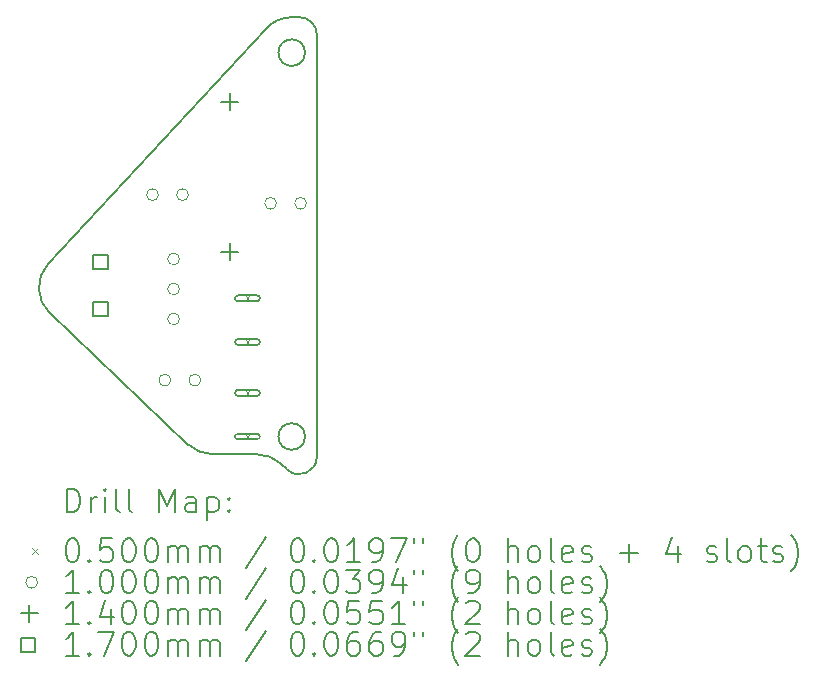
<source format=gbr>
%TF.GenerationSoftware,KiCad,Pcbnew,7.0.2-0*%
%TF.CreationDate,2023-07-23T18:48:48+09:00*%
%TF.ProjectId,power_board1,706f7765-725f-4626-9f61-7264312e6b69,rev?*%
%TF.SameCoordinates,Original*%
%TF.FileFunction,Drillmap*%
%TF.FilePolarity,Positive*%
%FSLAX45Y45*%
G04 Gerber Fmt 4.5, Leading zero omitted, Abs format (unit mm)*
G04 Created by KiCad (PCBNEW 7.0.2-0) date 2023-07-23 18:48:48*
%MOMM*%
%LPD*%
G01*
G04 APERTURE LIST*
%ADD10C,0.200000*%
%ADD11C,0.050000*%
%ADD12C,0.100000*%
%ADD13C,0.140000*%
%ADD14C,0.170000*%
G04 APERTURE END LIST*
D10*
X17063228Y-7700000D02*
X17001494Y-7700000D01*
X17001494Y-7700003D02*
G75*
G03*
X16781383Y-7796159I-4J-299997D01*
G01*
X14938445Y-9786189D02*
G75*
G03*
X14952281Y-10207862I220115J-203841D01*
G01*
X14952281Y-10207862D02*
X16124432Y-11317831D01*
X16330708Y-11400000D02*
X16704214Y-11400000D01*
X16960094Y-11529135D02*
G75*
G03*
X17213228Y-11420223I103136J108915D01*
G01*
X17112500Y-8000000D02*
G75*
G03*
X17112500Y-8000000I-112500J0D01*
G01*
X17213228Y-11420223D02*
X17213228Y-7850000D01*
X16910487Y-11482171D02*
G75*
G03*
X16704214Y-11400000I-206277J-217829D01*
G01*
X16124433Y-11317830D02*
G75*
G03*
X16330708Y-11400000I206277J217830D01*
G01*
X17112500Y-11250000D02*
G75*
G03*
X17112500Y-11250000I-112500J0D01*
G01*
X17213230Y-7850000D02*
G75*
G03*
X17063228Y-7700000I-150000J0D01*
G01*
X16781383Y-7796159D02*
X14938446Y-9786190D01*
X16910489Y-11482169D02*
X16960090Y-11529139D01*
D11*
X16600000Y-10055000D02*
X16650000Y-10105000D01*
X16650000Y-10055000D02*
X16600000Y-10105000D01*
D10*
X16545000Y-10105000D02*
X16705000Y-10105000D01*
X16705000Y-10105000D02*
G75*
G03*
X16705000Y-10055000I0J25000D01*
G01*
X16705000Y-10055000D02*
X16545000Y-10055000D01*
X16545000Y-10055000D02*
G75*
G03*
X16545000Y-10105000I0J-25000D01*
G01*
D11*
X16600000Y-10425000D02*
X16650000Y-10475000D01*
X16650000Y-10425000D02*
X16600000Y-10475000D01*
D10*
X16545000Y-10475000D02*
X16705000Y-10475000D01*
X16705000Y-10475000D02*
G75*
G03*
X16705000Y-10425000I0J25000D01*
G01*
X16705000Y-10425000D02*
X16545000Y-10425000D01*
X16545000Y-10425000D02*
G75*
G03*
X16545000Y-10475000I0J-25000D01*
G01*
D11*
X16600000Y-10855000D02*
X16650000Y-10905000D01*
X16650000Y-10855000D02*
X16600000Y-10905000D01*
D10*
X16545000Y-10905000D02*
X16705000Y-10905000D01*
X16705000Y-10905000D02*
G75*
G03*
X16705000Y-10855000I0J25000D01*
G01*
X16705000Y-10855000D02*
X16545000Y-10855000D01*
X16545000Y-10855000D02*
G75*
G03*
X16545000Y-10905000I0J-25000D01*
G01*
D11*
X16600000Y-11225000D02*
X16650000Y-11275000D01*
X16650000Y-11225000D02*
X16600000Y-11275000D01*
D10*
X16545000Y-11275000D02*
X16705000Y-11275000D01*
X16705000Y-11275000D02*
G75*
G03*
X16705000Y-11225000I0J25000D01*
G01*
X16705000Y-11225000D02*
X16545000Y-11225000D01*
X16545000Y-11225000D02*
G75*
G03*
X16545000Y-11275000I0J-25000D01*
G01*
D12*
X15871000Y-9202500D02*
G75*
G03*
X15871000Y-9202500I-50000J0D01*
G01*
X15975000Y-10772500D02*
G75*
G03*
X15975000Y-10772500I-50000J0D01*
G01*
X16050000Y-9746000D02*
G75*
G03*
X16050000Y-9746000I-50000J0D01*
G01*
X16050000Y-10000000D02*
G75*
G03*
X16050000Y-10000000I-50000J0D01*
G01*
X16050000Y-10254000D02*
G75*
G03*
X16050000Y-10254000I-50000J0D01*
G01*
X16125000Y-9202500D02*
G75*
G03*
X16125000Y-9202500I-50000J0D01*
G01*
X16229000Y-10772500D02*
G75*
G03*
X16229000Y-10772500I-50000J0D01*
G01*
X16871000Y-9275000D02*
G75*
G03*
X16871000Y-9275000I-50000J0D01*
G01*
X17125000Y-9275000D02*
G75*
G03*
X17125000Y-9275000I-50000J0D01*
G01*
D13*
X16475000Y-8345000D02*
X16475000Y-8485000D01*
X16405000Y-8415000D02*
X16545000Y-8415000D01*
X16475000Y-9615000D02*
X16475000Y-9755000D01*
X16405000Y-9685000D02*
X16545000Y-9685000D01*
D14*
X15440105Y-9834355D02*
X15440105Y-9714145D01*
X15319895Y-9714145D01*
X15319895Y-9834355D01*
X15440105Y-9834355D01*
X15440105Y-10230355D02*
X15440105Y-10110145D01*
X15319895Y-10110145D01*
X15319895Y-10230355D01*
X15440105Y-10230355D01*
D10*
X15096176Y-11892742D02*
X15096176Y-11692742D01*
X15096176Y-11692742D02*
X15143795Y-11692742D01*
X15143795Y-11692742D02*
X15172366Y-11702266D01*
X15172366Y-11702266D02*
X15191414Y-11721313D01*
X15191414Y-11721313D02*
X15200938Y-11740361D01*
X15200938Y-11740361D02*
X15210462Y-11778456D01*
X15210462Y-11778456D02*
X15210462Y-11807027D01*
X15210462Y-11807027D02*
X15200938Y-11845123D01*
X15200938Y-11845123D02*
X15191414Y-11864170D01*
X15191414Y-11864170D02*
X15172366Y-11883218D01*
X15172366Y-11883218D02*
X15143795Y-11892742D01*
X15143795Y-11892742D02*
X15096176Y-11892742D01*
X15296176Y-11892742D02*
X15296176Y-11759408D01*
X15296176Y-11797504D02*
X15305700Y-11778456D01*
X15305700Y-11778456D02*
X15315223Y-11768932D01*
X15315223Y-11768932D02*
X15334271Y-11759408D01*
X15334271Y-11759408D02*
X15353319Y-11759408D01*
X15419985Y-11892742D02*
X15419985Y-11759408D01*
X15419985Y-11692742D02*
X15410462Y-11702266D01*
X15410462Y-11702266D02*
X15419985Y-11711789D01*
X15419985Y-11711789D02*
X15429509Y-11702266D01*
X15429509Y-11702266D02*
X15419985Y-11692742D01*
X15419985Y-11692742D02*
X15419985Y-11711789D01*
X15543795Y-11892742D02*
X15524747Y-11883218D01*
X15524747Y-11883218D02*
X15515223Y-11864170D01*
X15515223Y-11864170D02*
X15515223Y-11692742D01*
X15648557Y-11892742D02*
X15629509Y-11883218D01*
X15629509Y-11883218D02*
X15619985Y-11864170D01*
X15619985Y-11864170D02*
X15619985Y-11692742D01*
X15877128Y-11892742D02*
X15877128Y-11692742D01*
X15877128Y-11692742D02*
X15943795Y-11835599D01*
X15943795Y-11835599D02*
X16010462Y-11692742D01*
X16010462Y-11692742D02*
X16010462Y-11892742D01*
X16191414Y-11892742D02*
X16191414Y-11787980D01*
X16191414Y-11787980D02*
X16181890Y-11768932D01*
X16181890Y-11768932D02*
X16162843Y-11759408D01*
X16162843Y-11759408D02*
X16124747Y-11759408D01*
X16124747Y-11759408D02*
X16105700Y-11768932D01*
X16191414Y-11883218D02*
X16172366Y-11892742D01*
X16172366Y-11892742D02*
X16124747Y-11892742D01*
X16124747Y-11892742D02*
X16105700Y-11883218D01*
X16105700Y-11883218D02*
X16096176Y-11864170D01*
X16096176Y-11864170D02*
X16096176Y-11845123D01*
X16096176Y-11845123D02*
X16105700Y-11826075D01*
X16105700Y-11826075D02*
X16124747Y-11816551D01*
X16124747Y-11816551D02*
X16172366Y-11816551D01*
X16172366Y-11816551D02*
X16191414Y-11807027D01*
X16286652Y-11759408D02*
X16286652Y-11959408D01*
X16286652Y-11768932D02*
X16305700Y-11759408D01*
X16305700Y-11759408D02*
X16343795Y-11759408D01*
X16343795Y-11759408D02*
X16362843Y-11768932D01*
X16362843Y-11768932D02*
X16372366Y-11778456D01*
X16372366Y-11778456D02*
X16381890Y-11797504D01*
X16381890Y-11797504D02*
X16381890Y-11854646D01*
X16381890Y-11854646D02*
X16372366Y-11873694D01*
X16372366Y-11873694D02*
X16362843Y-11883218D01*
X16362843Y-11883218D02*
X16343795Y-11892742D01*
X16343795Y-11892742D02*
X16305700Y-11892742D01*
X16305700Y-11892742D02*
X16286652Y-11883218D01*
X16467604Y-11873694D02*
X16477128Y-11883218D01*
X16477128Y-11883218D02*
X16467604Y-11892742D01*
X16467604Y-11892742D02*
X16458081Y-11883218D01*
X16458081Y-11883218D02*
X16467604Y-11873694D01*
X16467604Y-11873694D02*
X16467604Y-11892742D01*
X16467604Y-11768932D02*
X16477128Y-11778456D01*
X16477128Y-11778456D02*
X16467604Y-11787980D01*
X16467604Y-11787980D02*
X16458081Y-11778456D01*
X16458081Y-11778456D02*
X16467604Y-11768932D01*
X16467604Y-11768932D02*
X16467604Y-11787980D01*
D11*
X14798557Y-12195218D02*
X14848557Y-12245218D01*
X14848557Y-12195218D02*
X14798557Y-12245218D01*
D10*
X15134271Y-12112742D02*
X15153319Y-12112742D01*
X15153319Y-12112742D02*
X15172366Y-12122266D01*
X15172366Y-12122266D02*
X15181890Y-12131789D01*
X15181890Y-12131789D02*
X15191414Y-12150837D01*
X15191414Y-12150837D02*
X15200938Y-12188932D01*
X15200938Y-12188932D02*
X15200938Y-12236551D01*
X15200938Y-12236551D02*
X15191414Y-12274646D01*
X15191414Y-12274646D02*
X15181890Y-12293694D01*
X15181890Y-12293694D02*
X15172366Y-12303218D01*
X15172366Y-12303218D02*
X15153319Y-12312742D01*
X15153319Y-12312742D02*
X15134271Y-12312742D01*
X15134271Y-12312742D02*
X15115223Y-12303218D01*
X15115223Y-12303218D02*
X15105700Y-12293694D01*
X15105700Y-12293694D02*
X15096176Y-12274646D01*
X15096176Y-12274646D02*
X15086652Y-12236551D01*
X15086652Y-12236551D02*
X15086652Y-12188932D01*
X15086652Y-12188932D02*
X15096176Y-12150837D01*
X15096176Y-12150837D02*
X15105700Y-12131789D01*
X15105700Y-12131789D02*
X15115223Y-12122266D01*
X15115223Y-12122266D02*
X15134271Y-12112742D01*
X15286652Y-12293694D02*
X15296176Y-12303218D01*
X15296176Y-12303218D02*
X15286652Y-12312742D01*
X15286652Y-12312742D02*
X15277128Y-12303218D01*
X15277128Y-12303218D02*
X15286652Y-12293694D01*
X15286652Y-12293694D02*
X15286652Y-12312742D01*
X15477128Y-12112742D02*
X15381890Y-12112742D01*
X15381890Y-12112742D02*
X15372366Y-12207980D01*
X15372366Y-12207980D02*
X15381890Y-12198456D01*
X15381890Y-12198456D02*
X15400938Y-12188932D01*
X15400938Y-12188932D02*
X15448557Y-12188932D01*
X15448557Y-12188932D02*
X15467604Y-12198456D01*
X15467604Y-12198456D02*
X15477128Y-12207980D01*
X15477128Y-12207980D02*
X15486652Y-12227027D01*
X15486652Y-12227027D02*
X15486652Y-12274646D01*
X15486652Y-12274646D02*
X15477128Y-12293694D01*
X15477128Y-12293694D02*
X15467604Y-12303218D01*
X15467604Y-12303218D02*
X15448557Y-12312742D01*
X15448557Y-12312742D02*
X15400938Y-12312742D01*
X15400938Y-12312742D02*
X15381890Y-12303218D01*
X15381890Y-12303218D02*
X15372366Y-12293694D01*
X15610462Y-12112742D02*
X15629509Y-12112742D01*
X15629509Y-12112742D02*
X15648557Y-12122266D01*
X15648557Y-12122266D02*
X15658081Y-12131789D01*
X15658081Y-12131789D02*
X15667604Y-12150837D01*
X15667604Y-12150837D02*
X15677128Y-12188932D01*
X15677128Y-12188932D02*
X15677128Y-12236551D01*
X15677128Y-12236551D02*
X15667604Y-12274646D01*
X15667604Y-12274646D02*
X15658081Y-12293694D01*
X15658081Y-12293694D02*
X15648557Y-12303218D01*
X15648557Y-12303218D02*
X15629509Y-12312742D01*
X15629509Y-12312742D02*
X15610462Y-12312742D01*
X15610462Y-12312742D02*
X15591414Y-12303218D01*
X15591414Y-12303218D02*
X15581890Y-12293694D01*
X15581890Y-12293694D02*
X15572366Y-12274646D01*
X15572366Y-12274646D02*
X15562843Y-12236551D01*
X15562843Y-12236551D02*
X15562843Y-12188932D01*
X15562843Y-12188932D02*
X15572366Y-12150837D01*
X15572366Y-12150837D02*
X15581890Y-12131789D01*
X15581890Y-12131789D02*
X15591414Y-12122266D01*
X15591414Y-12122266D02*
X15610462Y-12112742D01*
X15800938Y-12112742D02*
X15819985Y-12112742D01*
X15819985Y-12112742D02*
X15839033Y-12122266D01*
X15839033Y-12122266D02*
X15848557Y-12131789D01*
X15848557Y-12131789D02*
X15858081Y-12150837D01*
X15858081Y-12150837D02*
X15867604Y-12188932D01*
X15867604Y-12188932D02*
X15867604Y-12236551D01*
X15867604Y-12236551D02*
X15858081Y-12274646D01*
X15858081Y-12274646D02*
X15848557Y-12293694D01*
X15848557Y-12293694D02*
X15839033Y-12303218D01*
X15839033Y-12303218D02*
X15819985Y-12312742D01*
X15819985Y-12312742D02*
X15800938Y-12312742D01*
X15800938Y-12312742D02*
X15781890Y-12303218D01*
X15781890Y-12303218D02*
X15772366Y-12293694D01*
X15772366Y-12293694D02*
X15762843Y-12274646D01*
X15762843Y-12274646D02*
X15753319Y-12236551D01*
X15753319Y-12236551D02*
X15753319Y-12188932D01*
X15753319Y-12188932D02*
X15762843Y-12150837D01*
X15762843Y-12150837D02*
X15772366Y-12131789D01*
X15772366Y-12131789D02*
X15781890Y-12122266D01*
X15781890Y-12122266D02*
X15800938Y-12112742D01*
X15953319Y-12312742D02*
X15953319Y-12179408D01*
X15953319Y-12198456D02*
X15962843Y-12188932D01*
X15962843Y-12188932D02*
X15981890Y-12179408D01*
X15981890Y-12179408D02*
X16010462Y-12179408D01*
X16010462Y-12179408D02*
X16029509Y-12188932D01*
X16029509Y-12188932D02*
X16039033Y-12207980D01*
X16039033Y-12207980D02*
X16039033Y-12312742D01*
X16039033Y-12207980D02*
X16048557Y-12188932D01*
X16048557Y-12188932D02*
X16067604Y-12179408D01*
X16067604Y-12179408D02*
X16096176Y-12179408D01*
X16096176Y-12179408D02*
X16115224Y-12188932D01*
X16115224Y-12188932D02*
X16124747Y-12207980D01*
X16124747Y-12207980D02*
X16124747Y-12312742D01*
X16219985Y-12312742D02*
X16219985Y-12179408D01*
X16219985Y-12198456D02*
X16229509Y-12188932D01*
X16229509Y-12188932D02*
X16248557Y-12179408D01*
X16248557Y-12179408D02*
X16277128Y-12179408D01*
X16277128Y-12179408D02*
X16296176Y-12188932D01*
X16296176Y-12188932D02*
X16305700Y-12207980D01*
X16305700Y-12207980D02*
X16305700Y-12312742D01*
X16305700Y-12207980D02*
X16315224Y-12188932D01*
X16315224Y-12188932D02*
X16334271Y-12179408D01*
X16334271Y-12179408D02*
X16362843Y-12179408D01*
X16362843Y-12179408D02*
X16381890Y-12188932D01*
X16381890Y-12188932D02*
X16391414Y-12207980D01*
X16391414Y-12207980D02*
X16391414Y-12312742D01*
X16781890Y-12103218D02*
X16610462Y-12360361D01*
X17039033Y-12112742D02*
X17058081Y-12112742D01*
X17058081Y-12112742D02*
X17077129Y-12122266D01*
X17077129Y-12122266D02*
X17086652Y-12131789D01*
X17086652Y-12131789D02*
X17096176Y-12150837D01*
X17096176Y-12150837D02*
X17105700Y-12188932D01*
X17105700Y-12188932D02*
X17105700Y-12236551D01*
X17105700Y-12236551D02*
X17096176Y-12274646D01*
X17096176Y-12274646D02*
X17086652Y-12293694D01*
X17086652Y-12293694D02*
X17077129Y-12303218D01*
X17077129Y-12303218D02*
X17058081Y-12312742D01*
X17058081Y-12312742D02*
X17039033Y-12312742D01*
X17039033Y-12312742D02*
X17019986Y-12303218D01*
X17019986Y-12303218D02*
X17010462Y-12293694D01*
X17010462Y-12293694D02*
X17000938Y-12274646D01*
X17000938Y-12274646D02*
X16991414Y-12236551D01*
X16991414Y-12236551D02*
X16991414Y-12188932D01*
X16991414Y-12188932D02*
X17000938Y-12150837D01*
X17000938Y-12150837D02*
X17010462Y-12131789D01*
X17010462Y-12131789D02*
X17019986Y-12122266D01*
X17019986Y-12122266D02*
X17039033Y-12112742D01*
X17191414Y-12293694D02*
X17200938Y-12303218D01*
X17200938Y-12303218D02*
X17191414Y-12312742D01*
X17191414Y-12312742D02*
X17181890Y-12303218D01*
X17181890Y-12303218D02*
X17191414Y-12293694D01*
X17191414Y-12293694D02*
X17191414Y-12312742D01*
X17324748Y-12112742D02*
X17343795Y-12112742D01*
X17343795Y-12112742D02*
X17362843Y-12122266D01*
X17362843Y-12122266D02*
X17372367Y-12131789D01*
X17372367Y-12131789D02*
X17381890Y-12150837D01*
X17381890Y-12150837D02*
X17391414Y-12188932D01*
X17391414Y-12188932D02*
X17391414Y-12236551D01*
X17391414Y-12236551D02*
X17381890Y-12274646D01*
X17381890Y-12274646D02*
X17372367Y-12293694D01*
X17372367Y-12293694D02*
X17362843Y-12303218D01*
X17362843Y-12303218D02*
X17343795Y-12312742D01*
X17343795Y-12312742D02*
X17324748Y-12312742D01*
X17324748Y-12312742D02*
X17305700Y-12303218D01*
X17305700Y-12303218D02*
X17296176Y-12293694D01*
X17296176Y-12293694D02*
X17286652Y-12274646D01*
X17286652Y-12274646D02*
X17277129Y-12236551D01*
X17277129Y-12236551D02*
X17277129Y-12188932D01*
X17277129Y-12188932D02*
X17286652Y-12150837D01*
X17286652Y-12150837D02*
X17296176Y-12131789D01*
X17296176Y-12131789D02*
X17305700Y-12122266D01*
X17305700Y-12122266D02*
X17324748Y-12112742D01*
X17581890Y-12312742D02*
X17467605Y-12312742D01*
X17524748Y-12312742D02*
X17524748Y-12112742D01*
X17524748Y-12112742D02*
X17505700Y-12141313D01*
X17505700Y-12141313D02*
X17486652Y-12160361D01*
X17486652Y-12160361D02*
X17467605Y-12169885D01*
X17677129Y-12312742D02*
X17715224Y-12312742D01*
X17715224Y-12312742D02*
X17734271Y-12303218D01*
X17734271Y-12303218D02*
X17743795Y-12293694D01*
X17743795Y-12293694D02*
X17762843Y-12265123D01*
X17762843Y-12265123D02*
X17772367Y-12227027D01*
X17772367Y-12227027D02*
X17772367Y-12150837D01*
X17772367Y-12150837D02*
X17762843Y-12131789D01*
X17762843Y-12131789D02*
X17753319Y-12122266D01*
X17753319Y-12122266D02*
X17734271Y-12112742D01*
X17734271Y-12112742D02*
X17696176Y-12112742D01*
X17696176Y-12112742D02*
X17677129Y-12122266D01*
X17677129Y-12122266D02*
X17667605Y-12131789D01*
X17667605Y-12131789D02*
X17658081Y-12150837D01*
X17658081Y-12150837D02*
X17658081Y-12198456D01*
X17658081Y-12198456D02*
X17667605Y-12217504D01*
X17667605Y-12217504D02*
X17677129Y-12227027D01*
X17677129Y-12227027D02*
X17696176Y-12236551D01*
X17696176Y-12236551D02*
X17734271Y-12236551D01*
X17734271Y-12236551D02*
X17753319Y-12227027D01*
X17753319Y-12227027D02*
X17762843Y-12217504D01*
X17762843Y-12217504D02*
X17772367Y-12198456D01*
X17839033Y-12112742D02*
X17972367Y-12112742D01*
X17972367Y-12112742D02*
X17886652Y-12312742D01*
X18039033Y-12112742D02*
X18039033Y-12150837D01*
X18115224Y-12112742D02*
X18115224Y-12150837D01*
X18410462Y-12388932D02*
X18400938Y-12379408D01*
X18400938Y-12379408D02*
X18381891Y-12350837D01*
X18381891Y-12350837D02*
X18372367Y-12331789D01*
X18372367Y-12331789D02*
X18362843Y-12303218D01*
X18362843Y-12303218D02*
X18353319Y-12255599D01*
X18353319Y-12255599D02*
X18353319Y-12217504D01*
X18353319Y-12217504D02*
X18362843Y-12169885D01*
X18362843Y-12169885D02*
X18372367Y-12141313D01*
X18372367Y-12141313D02*
X18381891Y-12122266D01*
X18381891Y-12122266D02*
X18400938Y-12093694D01*
X18400938Y-12093694D02*
X18410462Y-12084170D01*
X18524748Y-12112742D02*
X18543795Y-12112742D01*
X18543795Y-12112742D02*
X18562843Y-12122266D01*
X18562843Y-12122266D02*
X18572367Y-12131789D01*
X18572367Y-12131789D02*
X18581891Y-12150837D01*
X18581891Y-12150837D02*
X18591414Y-12188932D01*
X18591414Y-12188932D02*
X18591414Y-12236551D01*
X18591414Y-12236551D02*
X18581891Y-12274646D01*
X18581891Y-12274646D02*
X18572367Y-12293694D01*
X18572367Y-12293694D02*
X18562843Y-12303218D01*
X18562843Y-12303218D02*
X18543795Y-12312742D01*
X18543795Y-12312742D02*
X18524748Y-12312742D01*
X18524748Y-12312742D02*
X18505700Y-12303218D01*
X18505700Y-12303218D02*
X18496176Y-12293694D01*
X18496176Y-12293694D02*
X18486652Y-12274646D01*
X18486652Y-12274646D02*
X18477129Y-12236551D01*
X18477129Y-12236551D02*
X18477129Y-12188932D01*
X18477129Y-12188932D02*
X18486652Y-12150837D01*
X18486652Y-12150837D02*
X18496176Y-12131789D01*
X18496176Y-12131789D02*
X18505700Y-12122266D01*
X18505700Y-12122266D02*
X18524748Y-12112742D01*
X18829510Y-12312742D02*
X18829510Y-12112742D01*
X18915224Y-12312742D02*
X18915224Y-12207980D01*
X18915224Y-12207980D02*
X18905700Y-12188932D01*
X18905700Y-12188932D02*
X18886653Y-12179408D01*
X18886653Y-12179408D02*
X18858081Y-12179408D01*
X18858081Y-12179408D02*
X18839033Y-12188932D01*
X18839033Y-12188932D02*
X18829510Y-12198456D01*
X19039033Y-12312742D02*
X19019986Y-12303218D01*
X19019986Y-12303218D02*
X19010462Y-12293694D01*
X19010462Y-12293694D02*
X19000938Y-12274646D01*
X19000938Y-12274646D02*
X19000938Y-12217504D01*
X19000938Y-12217504D02*
X19010462Y-12198456D01*
X19010462Y-12198456D02*
X19019986Y-12188932D01*
X19019986Y-12188932D02*
X19039033Y-12179408D01*
X19039033Y-12179408D02*
X19067605Y-12179408D01*
X19067605Y-12179408D02*
X19086653Y-12188932D01*
X19086653Y-12188932D02*
X19096176Y-12198456D01*
X19096176Y-12198456D02*
X19105700Y-12217504D01*
X19105700Y-12217504D02*
X19105700Y-12274646D01*
X19105700Y-12274646D02*
X19096176Y-12293694D01*
X19096176Y-12293694D02*
X19086653Y-12303218D01*
X19086653Y-12303218D02*
X19067605Y-12312742D01*
X19067605Y-12312742D02*
X19039033Y-12312742D01*
X19219986Y-12312742D02*
X19200938Y-12303218D01*
X19200938Y-12303218D02*
X19191414Y-12284170D01*
X19191414Y-12284170D02*
X19191414Y-12112742D01*
X19372367Y-12303218D02*
X19353319Y-12312742D01*
X19353319Y-12312742D02*
X19315224Y-12312742D01*
X19315224Y-12312742D02*
X19296176Y-12303218D01*
X19296176Y-12303218D02*
X19286653Y-12284170D01*
X19286653Y-12284170D02*
X19286653Y-12207980D01*
X19286653Y-12207980D02*
X19296176Y-12188932D01*
X19296176Y-12188932D02*
X19315224Y-12179408D01*
X19315224Y-12179408D02*
X19353319Y-12179408D01*
X19353319Y-12179408D02*
X19372367Y-12188932D01*
X19372367Y-12188932D02*
X19381891Y-12207980D01*
X19381891Y-12207980D02*
X19381891Y-12227027D01*
X19381891Y-12227027D02*
X19286653Y-12246075D01*
X19458081Y-12303218D02*
X19477129Y-12312742D01*
X19477129Y-12312742D02*
X19515224Y-12312742D01*
X19515224Y-12312742D02*
X19534272Y-12303218D01*
X19534272Y-12303218D02*
X19543795Y-12284170D01*
X19543795Y-12284170D02*
X19543795Y-12274646D01*
X19543795Y-12274646D02*
X19534272Y-12255599D01*
X19534272Y-12255599D02*
X19515224Y-12246075D01*
X19515224Y-12246075D02*
X19486653Y-12246075D01*
X19486653Y-12246075D02*
X19467605Y-12236551D01*
X19467605Y-12236551D02*
X19458081Y-12217504D01*
X19458081Y-12217504D02*
X19458081Y-12207980D01*
X19458081Y-12207980D02*
X19467605Y-12188932D01*
X19467605Y-12188932D02*
X19486653Y-12179408D01*
X19486653Y-12179408D02*
X19515224Y-12179408D01*
X19515224Y-12179408D02*
X19534272Y-12188932D01*
X19781891Y-12236551D02*
X19934272Y-12236551D01*
X19858081Y-12312742D02*
X19858081Y-12160361D01*
X20267605Y-12179408D02*
X20267605Y-12312742D01*
X20219986Y-12103218D02*
X20172367Y-12246075D01*
X20172367Y-12246075D02*
X20296176Y-12246075D01*
X20515224Y-12303218D02*
X20534272Y-12312742D01*
X20534272Y-12312742D02*
X20572367Y-12312742D01*
X20572367Y-12312742D02*
X20591415Y-12303218D01*
X20591415Y-12303218D02*
X20600938Y-12284170D01*
X20600938Y-12284170D02*
X20600938Y-12274646D01*
X20600938Y-12274646D02*
X20591415Y-12255599D01*
X20591415Y-12255599D02*
X20572367Y-12246075D01*
X20572367Y-12246075D02*
X20543796Y-12246075D01*
X20543796Y-12246075D02*
X20524748Y-12236551D01*
X20524748Y-12236551D02*
X20515224Y-12217504D01*
X20515224Y-12217504D02*
X20515224Y-12207980D01*
X20515224Y-12207980D02*
X20524748Y-12188932D01*
X20524748Y-12188932D02*
X20543796Y-12179408D01*
X20543796Y-12179408D02*
X20572367Y-12179408D01*
X20572367Y-12179408D02*
X20591415Y-12188932D01*
X20715224Y-12312742D02*
X20696177Y-12303218D01*
X20696177Y-12303218D02*
X20686653Y-12284170D01*
X20686653Y-12284170D02*
X20686653Y-12112742D01*
X20819986Y-12312742D02*
X20800938Y-12303218D01*
X20800938Y-12303218D02*
X20791415Y-12293694D01*
X20791415Y-12293694D02*
X20781891Y-12274646D01*
X20781891Y-12274646D02*
X20781891Y-12217504D01*
X20781891Y-12217504D02*
X20791415Y-12198456D01*
X20791415Y-12198456D02*
X20800938Y-12188932D01*
X20800938Y-12188932D02*
X20819986Y-12179408D01*
X20819986Y-12179408D02*
X20848558Y-12179408D01*
X20848558Y-12179408D02*
X20867605Y-12188932D01*
X20867605Y-12188932D02*
X20877129Y-12198456D01*
X20877129Y-12198456D02*
X20886653Y-12217504D01*
X20886653Y-12217504D02*
X20886653Y-12274646D01*
X20886653Y-12274646D02*
X20877129Y-12293694D01*
X20877129Y-12293694D02*
X20867605Y-12303218D01*
X20867605Y-12303218D02*
X20848558Y-12312742D01*
X20848558Y-12312742D02*
X20819986Y-12312742D01*
X20943796Y-12179408D02*
X21019986Y-12179408D01*
X20972367Y-12112742D02*
X20972367Y-12284170D01*
X20972367Y-12284170D02*
X20981891Y-12303218D01*
X20981891Y-12303218D02*
X21000938Y-12312742D01*
X21000938Y-12312742D02*
X21019986Y-12312742D01*
X21077129Y-12303218D02*
X21096177Y-12312742D01*
X21096177Y-12312742D02*
X21134272Y-12312742D01*
X21134272Y-12312742D02*
X21153319Y-12303218D01*
X21153319Y-12303218D02*
X21162843Y-12284170D01*
X21162843Y-12284170D02*
X21162843Y-12274646D01*
X21162843Y-12274646D02*
X21153319Y-12255599D01*
X21153319Y-12255599D02*
X21134272Y-12246075D01*
X21134272Y-12246075D02*
X21105700Y-12246075D01*
X21105700Y-12246075D02*
X21086653Y-12236551D01*
X21086653Y-12236551D02*
X21077129Y-12217504D01*
X21077129Y-12217504D02*
X21077129Y-12207980D01*
X21077129Y-12207980D02*
X21086653Y-12188932D01*
X21086653Y-12188932D02*
X21105700Y-12179408D01*
X21105700Y-12179408D02*
X21134272Y-12179408D01*
X21134272Y-12179408D02*
X21153319Y-12188932D01*
X21229510Y-12388932D02*
X21239034Y-12379408D01*
X21239034Y-12379408D02*
X21258081Y-12350837D01*
X21258081Y-12350837D02*
X21267605Y-12331789D01*
X21267605Y-12331789D02*
X21277129Y-12303218D01*
X21277129Y-12303218D02*
X21286653Y-12255599D01*
X21286653Y-12255599D02*
X21286653Y-12217504D01*
X21286653Y-12217504D02*
X21277129Y-12169885D01*
X21277129Y-12169885D02*
X21267605Y-12141313D01*
X21267605Y-12141313D02*
X21258081Y-12122266D01*
X21258081Y-12122266D02*
X21239034Y-12093694D01*
X21239034Y-12093694D02*
X21229510Y-12084170D01*
D12*
X14848557Y-12484218D02*
G75*
G03*
X14848557Y-12484218I-50000J0D01*
G01*
D10*
X15200938Y-12576742D02*
X15086652Y-12576742D01*
X15143795Y-12576742D02*
X15143795Y-12376742D01*
X15143795Y-12376742D02*
X15124747Y-12405313D01*
X15124747Y-12405313D02*
X15105700Y-12424361D01*
X15105700Y-12424361D02*
X15086652Y-12433885D01*
X15286652Y-12557694D02*
X15296176Y-12567218D01*
X15296176Y-12567218D02*
X15286652Y-12576742D01*
X15286652Y-12576742D02*
X15277128Y-12567218D01*
X15277128Y-12567218D02*
X15286652Y-12557694D01*
X15286652Y-12557694D02*
X15286652Y-12576742D01*
X15419985Y-12376742D02*
X15439033Y-12376742D01*
X15439033Y-12376742D02*
X15458081Y-12386266D01*
X15458081Y-12386266D02*
X15467604Y-12395789D01*
X15467604Y-12395789D02*
X15477128Y-12414837D01*
X15477128Y-12414837D02*
X15486652Y-12452932D01*
X15486652Y-12452932D02*
X15486652Y-12500551D01*
X15486652Y-12500551D02*
X15477128Y-12538646D01*
X15477128Y-12538646D02*
X15467604Y-12557694D01*
X15467604Y-12557694D02*
X15458081Y-12567218D01*
X15458081Y-12567218D02*
X15439033Y-12576742D01*
X15439033Y-12576742D02*
X15419985Y-12576742D01*
X15419985Y-12576742D02*
X15400938Y-12567218D01*
X15400938Y-12567218D02*
X15391414Y-12557694D01*
X15391414Y-12557694D02*
X15381890Y-12538646D01*
X15381890Y-12538646D02*
X15372366Y-12500551D01*
X15372366Y-12500551D02*
X15372366Y-12452932D01*
X15372366Y-12452932D02*
X15381890Y-12414837D01*
X15381890Y-12414837D02*
X15391414Y-12395789D01*
X15391414Y-12395789D02*
X15400938Y-12386266D01*
X15400938Y-12386266D02*
X15419985Y-12376742D01*
X15610462Y-12376742D02*
X15629509Y-12376742D01*
X15629509Y-12376742D02*
X15648557Y-12386266D01*
X15648557Y-12386266D02*
X15658081Y-12395789D01*
X15658081Y-12395789D02*
X15667604Y-12414837D01*
X15667604Y-12414837D02*
X15677128Y-12452932D01*
X15677128Y-12452932D02*
X15677128Y-12500551D01*
X15677128Y-12500551D02*
X15667604Y-12538646D01*
X15667604Y-12538646D02*
X15658081Y-12557694D01*
X15658081Y-12557694D02*
X15648557Y-12567218D01*
X15648557Y-12567218D02*
X15629509Y-12576742D01*
X15629509Y-12576742D02*
X15610462Y-12576742D01*
X15610462Y-12576742D02*
X15591414Y-12567218D01*
X15591414Y-12567218D02*
X15581890Y-12557694D01*
X15581890Y-12557694D02*
X15572366Y-12538646D01*
X15572366Y-12538646D02*
X15562843Y-12500551D01*
X15562843Y-12500551D02*
X15562843Y-12452932D01*
X15562843Y-12452932D02*
X15572366Y-12414837D01*
X15572366Y-12414837D02*
X15581890Y-12395789D01*
X15581890Y-12395789D02*
X15591414Y-12386266D01*
X15591414Y-12386266D02*
X15610462Y-12376742D01*
X15800938Y-12376742D02*
X15819985Y-12376742D01*
X15819985Y-12376742D02*
X15839033Y-12386266D01*
X15839033Y-12386266D02*
X15848557Y-12395789D01*
X15848557Y-12395789D02*
X15858081Y-12414837D01*
X15858081Y-12414837D02*
X15867604Y-12452932D01*
X15867604Y-12452932D02*
X15867604Y-12500551D01*
X15867604Y-12500551D02*
X15858081Y-12538646D01*
X15858081Y-12538646D02*
X15848557Y-12557694D01*
X15848557Y-12557694D02*
X15839033Y-12567218D01*
X15839033Y-12567218D02*
X15819985Y-12576742D01*
X15819985Y-12576742D02*
X15800938Y-12576742D01*
X15800938Y-12576742D02*
X15781890Y-12567218D01*
X15781890Y-12567218D02*
X15772366Y-12557694D01*
X15772366Y-12557694D02*
X15762843Y-12538646D01*
X15762843Y-12538646D02*
X15753319Y-12500551D01*
X15753319Y-12500551D02*
X15753319Y-12452932D01*
X15753319Y-12452932D02*
X15762843Y-12414837D01*
X15762843Y-12414837D02*
X15772366Y-12395789D01*
X15772366Y-12395789D02*
X15781890Y-12386266D01*
X15781890Y-12386266D02*
X15800938Y-12376742D01*
X15953319Y-12576742D02*
X15953319Y-12443408D01*
X15953319Y-12462456D02*
X15962843Y-12452932D01*
X15962843Y-12452932D02*
X15981890Y-12443408D01*
X15981890Y-12443408D02*
X16010462Y-12443408D01*
X16010462Y-12443408D02*
X16029509Y-12452932D01*
X16029509Y-12452932D02*
X16039033Y-12471980D01*
X16039033Y-12471980D02*
X16039033Y-12576742D01*
X16039033Y-12471980D02*
X16048557Y-12452932D01*
X16048557Y-12452932D02*
X16067604Y-12443408D01*
X16067604Y-12443408D02*
X16096176Y-12443408D01*
X16096176Y-12443408D02*
X16115224Y-12452932D01*
X16115224Y-12452932D02*
X16124747Y-12471980D01*
X16124747Y-12471980D02*
X16124747Y-12576742D01*
X16219985Y-12576742D02*
X16219985Y-12443408D01*
X16219985Y-12462456D02*
X16229509Y-12452932D01*
X16229509Y-12452932D02*
X16248557Y-12443408D01*
X16248557Y-12443408D02*
X16277128Y-12443408D01*
X16277128Y-12443408D02*
X16296176Y-12452932D01*
X16296176Y-12452932D02*
X16305700Y-12471980D01*
X16305700Y-12471980D02*
X16305700Y-12576742D01*
X16305700Y-12471980D02*
X16315224Y-12452932D01*
X16315224Y-12452932D02*
X16334271Y-12443408D01*
X16334271Y-12443408D02*
X16362843Y-12443408D01*
X16362843Y-12443408D02*
X16381890Y-12452932D01*
X16381890Y-12452932D02*
X16391414Y-12471980D01*
X16391414Y-12471980D02*
X16391414Y-12576742D01*
X16781890Y-12367218D02*
X16610462Y-12624361D01*
X17039033Y-12376742D02*
X17058081Y-12376742D01*
X17058081Y-12376742D02*
X17077129Y-12386266D01*
X17077129Y-12386266D02*
X17086652Y-12395789D01*
X17086652Y-12395789D02*
X17096176Y-12414837D01*
X17096176Y-12414837D02*
X17105700Y-12452932D01*
X17105700Y-12452932D02*
X17105700Y-12500551D01*
X17105700Y-12500551D02*
X17096176Y-12538646D01*
X17096176Y-12538646D02*
X17086652Y-12557694D01*
X17086652Y-12557694D02*
X17077129Y-12567218D01*
X17077129Y-12567218D02*
X17058081Y-12576742D01*
X17058081Y-12576742D02*
X17039033Y-12576742D01*
X17039033Y-12576742D02*
X17019986Y-12567218D01*
X17019986Y-12567218D02*
X17010462Y-12557694D01*
X17010462Y-12557694D02*
X17000938Y-12538646D01*
X17000938Y-12538646D02*
X16991414Y-12500551D01*
X16991414Y-12500551D02*
X16991414Y-12452932D01*
X16991414Y-12452932D02*
X17000938Y-12414837D01*
X17000938Y-12414837D02*
X17010462Y-12395789D01*
X17010462Y-12395789D02*
X17019986Y-12386266D01*
X17019986Y-12386266D02*
X17039033Y-12376742D01*
X17191414Y-12557694D02*
X17200938Y-12567218D01*
X17200938Y-12567218D02*
X17191414Y-12576742D01*
X17191414Y-12576742D02*
X17181890Y-12567218D01*
X17181890Y-12567218D02*
X17191414Y-12557694D01*
X17191414Y-12557694D02*
X17191414Y-12576742D01*
X17324748Y-12376742D02*
X17343795Y-12376742D01*
X17343795Y-12376742D02*
X17362843Y-12386266D01*
X17362843Y-12386266D02*
X17372367Y-12395789D01*
X17372367Y-12395789D02*
X17381890Y-12414837D01*
X17381890Y-12414837D02*
X17391414Y-12452932D01*
X17391414Y-12452932D02*
X17391414Y-12500551D01*
X17391414Y-12500551D02*
X17381890Y-12538646D01*
X17381890Y-12538646D02*
X17372367Y-12557694D01*
X17372367Y-12557694D02*
X17362843Y-12567218D01*
X17362843Y-12567218D02*
X17343795Y-12576742D01*
X17343795Y-12576742D02*
X17324748Y-12576742D01*
X17324748Y-12576742D02*
X17305700Y-12567218D01*
X17305700Y-12567218D02*
X17296176Y-12557694D01*
X17296176Y-12557694D02*
X17286652Y-12538646D01*
X17286652Y-12538646D02*
X17277129Y-12500551D01*
X17277129Y-12500551D02*
X17277129Y-12452932D01*
X17277129Y-12452932D02*
X17286652Y-12414837D01*
X17286652Y-12414837D02*
X17296176Y-12395789D01*
X17296176Y-12395789D02*
X17305700Y-12386266D01*
X17305700Y-12386266D02*
X17324748Y-12376742D01*
X17458081Y-12376742D02*
X17581890Y-12376742D01*
X17581890Y-12376742D02*
X17515224Y-12452932D01*
X17515224Y-12452932D02*
X17543795Y-12452932D01*
X17543795Y-12452932D02*
X17562843Y-12462456D01*
X17562843Y-12462456D02*
X17572367Y-12471980D01*
X17572367Y-12471980D02*
X17581890Y-12491027D01*
X17581890Y-12491027D02*
X17581890Y-12538646D01*
X17581890Y-12538646D02*
X17572367Y-12557694D01*
X17572367Y-12557694D02*
X17562843Y-12567218D01*
X17562843Y-12567218D02*
X17543795Y-12576742D01*
X17543795Y-12576742D02*
X17486652Y-12576742D01*
X17486652Y-12576742D02*
X17467605Y-12567218D01*
X17467605Y-12567218D02*
X17458081Y-12557694D01*
X17677129Y-12576742D02*
X17715224Y-12576742D01*
X17715224Y-12576742D02*
X17734271Y-12567218D01*
X17734271Y-12567218D02*
X17743795Y-12557694D01*
X17743795Y-12557694D02*
X17762843Y-12529123D01*
X17762843Y-12529123D02*
X17772367Y-12491027D01*
X17772367Y-12491027D02*
X17772367Y-12414837D01*
X17772367Y-12414837D02*
X17762843Y-12395789D01*
X17762843Y-12395789D02*
X17753319Y-12386266D01*
X17753319Y-12386266D02*
X17734271Y-12376742D01*
X17734271Y-12376742D02*
X17696176Y-12376742D01*
X17696176Y-12376742D02*
X17677129Y-12386266D01*
X17677129Y-12386266D02*
X17667605Y-12395789D01*
X17667605Y-12395789D02*
X17658081Y-12414837D01*
X17658081Y-12414837D02*
X17658081Y-12462456D01*
X17658081Y-12462456D02*
X17667605Y-12481504D01*
X17667605Y-12481504D02*
X17677129Y-12491027D01*
X17677129Y-12491027D02*
X17696176Y-12500551D01*
X17696176Y-12500551D02*
X17734271Y-12500551D01*
X17734271Y-12500551D02*
X17753319Y-12491027D01*
X17753319Y-12491027D02*
X17762843Y-12481504D01*
X17762843Y-12481504D02*
X17772367Y-12462456D01*
X17943795Y-12443408D02*
X17943795Y-12576742D01*
X17896176Y-12367218D02*
X17848557Y-12510075D01*
X17848557Y-12510075D02*
X17972367Y-12510075D01*
X18039033Y-12376742D02*
X18039033Y-12414837D01*
X18115224Y-12376742D02*
X18115224Y-12414837D01*
X18410462Y-12652932D02*
X18400938Y-12643408D01*
X18400938Y-12643408D02*
X18381891Y-12614837D01*
X18381891Y-12614837D02*
X18372367Y-12595789D01*
X18372367Y-12595789D02*
X18362843Y-12567218D01*
X18362843Y-12567218D02*
X18353319Y-12519599D01*
X18353319Y-12519599D02*
X18353319Y-12481504D01*
X18353319Y-12481504D02*
X18362843Y-12433885D01*
X18362843Y-12433885D02*
X18372367Y-12405313D01*
X18372367Y-12405313D02*
X18381891Y-12386266D01*
X18381891Y-12386266D02*
X18400938Y-12357694D01*
X18400938Y-12357694D02*
X18410462Y-12348170D01*
X18496176Y-12576742D02*
X18534271Y-12576742D01*
X18534271Y-12576742D02*
X18553319Y-12567218D01*
X18553319Y-12567218D02*
X18562843Y-12557694D01*
X18562843Y-12557694D02*
X18581891Y-12529123D01*
X18581891Y-12529123D02*
X18591414Y-12491027D01*
X18591414Y-12491027D02*
X18591414Y-12414837D01*
X18591414Y-12414837D02*
X18581891Y-12395789D01*
X18581891Y-12395789D02*
X18572367Y-12386266D01*
X18572367Y-12386266D02*
X18553319Y-12376742D01*
X18553319Y-12376742D02*
X18515224Y-12376742D01*
X18515224Y-12376742D02*
X18496176Y-12386266D01*
X18496176Y-12386266D02*
X18486652Y-12395789D01*
X18486652Y-12395789D02*
X18477129Y-12414837D01*
X18477129Y-12414837D02*
X18477129Y-12462456D01*
X18477129Y-12462456D02*
X18486652Y-12481504D01*
X18486652Y-12481504D02*
X18496176Y-12491027D01*
X18496176Y-12491027D02*
X18515224Y-12500551D01*
X18515224Y-12500551D02*
X18553319Y-12500551D01*
X18553319Y-12500551D02*
X18572367Y-12491027D01*
X18572367Y-12491027D02*
X18581891Y-12481504D01*
X18581891Y-12481504D02*
X18591414Y-12462456D01*
X18829510Y-12576742D02*
X18829510Y-12376742D01*
X18915224Y-12576742D02*
X18915224Y-12471980D01*
X18915224Y-12471980D02*
X18905700Y-12452932D01*
X18905700Y-12452932D02*
X18886653Y-12443408D01*
X18886653Y-12443408D02*
X18858081Y-12443408D01*
X18858081Y-12443408D02*
X18839033Y-12452932D01*
X18839033Y-12452932D02*
X18829510Y-12462456D01*
X19039033Y-12576742D02*
X19019986Y-12567218D01*
X19019986Y-12567218D02*
X19010462Y-12557694D01*
X19010462Y-12557694D02*
X19000938Y-12538646D01*
X19000938Y-12538646D02*
X19000938Y-12481504D01*
X19000938Y-12481504D02*
X19010462Y-12462456D01*
X19010462Y-12462456D02*
X19019986Y-12452932D01*
X19019986Y-12452932D02*
X19039033Y-12443408D01*
X19039033Y-12443408D02*
X19067605Y-12443408D01*
X19067605Y-12443408D02*
X19086653Y-12452932D01*
X19086653Y-12452932D02*
X19096176Y-12462456D01*
X19096176Y-12462456D02*
X19105700Y-12481504D01*
X19105700Y-12481504D02*
X19105700Y-12538646D01*
X19105700Y-12538646D02*
X19096176Y-12557694D01*
X19096176Y-12557694D02*
X19086653Y-12567218D01*
X19086653Y-12567218D02*
X19067605Y-12576742D01*
X19067605Y-12576742D02*
X19039033Y-12576742D01*
X19219986Y-12576742D02*
X19200938Y-12567218D01*
X19200938Y-12567218D02*
X19191414Y-12548170D01*
X19191414Y-12548170D02*
X19191414Y-12376742D01*
X19372367Y-12567218D02*
X19353319Y-12576742D01*
X19353319Y-12576742D02*
X19315224Y-12576742D01*
X19315224Y-12576742D02*
X19296176Y-12567218D01*
X19296176Y-12567218D02*
X19286653Y-12548170D01*
X19286653Y-12548170D02*
X19286653Y-12471980D01*
X19286653Y-12471980D02*
X19296176Y-12452932D01*
X19296176Y-12452932D02*
X19315224Y-12443408D01*
X19315224Y-12443408D02*
X19353319Y-12443408D01*
X19353319Y-12443408D02*
X19372367Y-12452932D01*
X19372367Y-12452932D02*
X19381891Y-12471980D01*
X19381891Y-12471980D02*
X19381891Y-12491027D01*
X19381891Y-12491027D02*
X19286653Y-12510075D01*
X19458081Y-12567218D02*
X19477129Y-12576742D01*
X19477129Y-12576742D02*
X19515224Y-12576742D01*
X19515224Y-12576742D02*
X19534272Y-12567218D01*
X19534272Y-12567218D02*
X19543795Y-12548170D01*
X19543795Y-12548170D02*
X19543795Y-12538646D01*
X19543795Y-12538646D02*
X19534272Y-12519599D01*
X19534272Y-12519599D02*
X19515224Y-12510075D01*
X19515224Y-12510075D02*
X19486653Y-12510075D01*
X19486653Y-12510075D02*
X19467605Y-12500551D01*
X19467605Y-12500551D02*
X19458081Y-12481504D01*
X19458081Y-12481504D02*
X19458081Y-12471980D01*
X19458081Y-12471980D02*
X19467605Y-12452932D01*
X19467605Y-12452932D02*
X19486653Y-12443408D01*
X19486653Y-12443408D02*
X19515224Y-12443408D01*
X19515224Y-12443408D02*
X19534272Y-12452932D01*
X19610462Y-12652932D02*
X19619986Y-12643408D01*
X19619986Y-12643408D02*
X19639034Y-12614837D01*
X19639034Y-12614837D02*
X19648557Y-12595789D01*
X19648557Y-12595789D02*
X19658081Y-12567218D01*
X19658081Y-12567218D02*
X19667605Y-12519599D01*
X19667605Y-12519599D02*
X19667605Y-12481504D01*
X19667605Y-12481504D02*
X19658081Y-12433885D01*
X19658081Y-12433885D02*
X19648557Y-12405313D01*
X19648557Y-12405313D02*
X19639034Y-12386266D01*
X19639034Y-12386266D02*
X19619986Y-12357694D01*
X19619986Y-12357694D02*
X19610462Y-12348170D01*
D13*
X14778557Y-12678218D02*
X14778557Y-12818218D01*
X14708557Y-12748218D02*
X14848557Y-12748218D01*
D10*
X15200938Y-12840742D02*
X15086652Y-12840742D01*
X15143795Y-12840742D02*
X15143795Y-12640742D01*
X15143795Y-12640742D02*
X15124747Y-12669313D01*
X15124747Y-12669313D02*
X15105700Y-12688361D01*
X15105700Y-12688361D02*
X15086652Y-12697885D01*
X15286652Y-12821694D02*
X15296176Y-12831218D01*
X15296176Y-12831218D02*
X15286652Y-12840742D01*
X15286652Y-12840742D02*
X15277128Y-12831218D01*
X15277128Y-12831218D02*
X15286652Y-12821694D01*
X15286652Y-12821694D02*
X15286652Y-12840742D01*
X15467604Y-12707408D02*
X15467604Y-12840742D01*
X15419985Y-12631218D02*
X15372366Y-12774075D01*
X15372366Y-12774075D02*
X15496176Y-12774075D01*
X15610462Y-12640742D02*
X15629509Y-12640742D01*
X15629509Y-12640742D02*
X15648557Y-12650266D01*
X15648557Y-12650266D02*
X15658081Y-12659789D01*
X15658081Y-12659789D02*
X15667604Y-12678837D01*
X15667604Y-12678837D02*
X15677128Y-12716932D01*
X15677128Y-12716932D02*
X15677128Y-12764551D01*
X15677128Y-12764551D02*
X15667604Y-12802646D01*
X15667604Y-12802646D02*
X15658081Y-12821694D01*
X15658081Y-12821694D02*
X15648557Y-12831218D01*
X15648557Y-12831218D02*
X15629509Y-12840742D01*
X15629509Y-12840742D02*
X15610462Y-12840742D01*
X15610462Y-12840742D02*
X15591414Y-12831218D01*
X15591414Y-12831218D02*
X15581890Y-12821694D01*
X15581890Y-12821694D02*
X15572366Y-12802646D01*
X15572366Y-12802646D02*
X15562843Y-12764551D01*
X15562843Y-12764551D02*
X15562843Y-12716932D01*
X15562843Y-12716932D02*
X15572366Y-12678837D01*
X15572366Y-12678837D02*
X15581890Y-12659789D01*
X15581890Y-12659789D02*
X15591414Y-12650266D01*
X15591414Y-12650266D02*
X15610462Y-12640742D01*
X15800938Y-12640742D02*
X15819985Y-12640742D01*
X15819985Y-12640742D02*
X15839033Y-12650266D01*
X15839033Y-12650266D02*
X15848557Y-12659789D01*
X15848557Y-12659789D02*
X15858081Y-12678837D01*
X15858081Y-12678837D02*
X15867604Y-12716932D01*
X15867604Y-12716932D02*
X15867604Y-12764551D01*
X15867604Y-12764551D02*
X15858081Y-12802646D01*
X15858081Y-12802646D02*
X15848557Y-12821694D01*
X15848557Y-12821694D02*
X15839033Y-12831218D01*
X15839033Y-12831218D02*
X15819985Y-12840742D01*
X15819985Y-12840742D02*
X15800938Y-12840742D01*
X15800938Y-12840742D02*
X15781890Y-12831218D01*
X15781890Y-12831218D02*
X15772366Y-12821694D01*
X15772366Y-12821694D02*
X15762843Y-12802646D01*
X15762843Y-12802646D02*
X15753319Y-12764551D01*
X15753319Y-12764551D02*
X15753319Y-12716932D01*
X15753319Y-12716932D02*
X15762843Y-12678837D01*
X15762843Y-12678837D02*
X15772366Y-12659789D01*
X15772366Y-12659789D02*
X15781890Y-12650266D01*
X15781890Y-12650266D02*
X15800938Y-12640742D01*
X15953319Y-12840742D02*
X15953319Y-12707408D01*
X15953319Y-12726456D02*
X15962843Y-12716932D01*
X15962843Y-12716932D02*
X15981890Y-12707408D01*
X15981890Y-12707408D02*
X16010462Y-12707408D01*
X16010462Y-12707408D02*
X16029509Y-12716932D01*
X16029509Y-12716932D02*
X16039033Y-12735980D01*
X16039033Y-12735980D02*
X16039033Y-12840742D01*
X16039033Y-12735980D02*
X16048557Y-12716932D01*
X16048557Y-12716932D02*
X16067604Y-12707408D01*
X16067604Y-12707408D02*
X16096176Y-12707408D01*
X16096176Y-12707408D02*
X16115224Y-12716932D01*
X16115224Y-12716932D02*
X16124747Y-12735980D01*
X16124747Y-12735980D02*
X16124747Y-12840742D01*
X16219985Y-12840742D02*
X16219985Y-12707408D01*
X16219985Y-12726456D02*
X16229509Y-12716932D01*
X16229509Y-12716932D02*
X16248557Y-12707408D01*
X16248557Y-12707408D02*
X16277128Y-12707408D01*
X16277128Y-12707408D02*
X16296176Y-12716932D01*
X16296176Y-12716932D02*
X16305700Y-12735980D01*
X16305700Y-12735980D02*
X16305700Y-12840742D01*
X16305700Y-12735980D02*
X16315224Y-12716932D01*
X16315224Y-12716932D02*
X16334271Y-12707408D01*
X16334271Y-12707408D02*
X16362843Y-12707408D01*
X16362843Y-12707408D02*
X16381890Y-12716932D01*
X16381890Y-12716932D02*
X16391414Y-12735980D01*
X16391414Y-12735980D02*
X16391414Y-12840742D01*
X16781890Y-12631218D02*
X16610462Y-12888361D01*
X17039033Y-12640742D02*
X17058081Y-12640742D01*
X17058081Y-12640742D02*
X17077129Y-12650266D01*
X17077129Y-12650266D02*
X17086652Y-12659789D01*
X17086652Y-12659789D02*
X17096176Y-12678837D01*
X17096176Y-12678837D02*
X17105700Y-12716932D01*
X17105700Y-12716932D02*
X17105700Y-12764551D01*
X17105700Y-12764551D02*
X17096176Y-12802646D01*
X17096176Y-12802646D02*
X17086652Y-12821694D01*
X17086652Y-12821694D02*
X17077129Y-12831218D01*
X17077129Y-12831218D02*
X17058081Y-12840742D01*
X17058081Y-12840742D02*
X17039033Y-12840742D01*
X17039033Y-12840742D02*
X17019986Y-12831218D01*
X17019986Y-12831218D02*
X17010462Y-12821694D01*
X17010462Y-12821694D02*
X17000938Y-12802646D01*
X17000938Y-12802646D02*
X16991414Y-12764551D01*
X16991414Y-12764551D02*
X16991414Y-12716932D01*
X16991414Y-12716932D02*
X17000938Y-12678837D01*
X17000938Y-12678837D02*
X17010462Y-12659789D01*
X17010462Y-12659789D02*
X17019986Y-12650266D01*
X17019986Y-12650266D02*
X17039033Y-12640742D01*
X17191414Y-12821694D02*
X17200938Y-12831218D01*
X17200938Y-12831218D02*
X17191414Y-12840742D01*
X17191414Y-12840742D02*
X17181890Y-12831218D01*
X17181890Y-12831218D02*
X17191414Y-12821694D01*
X17191414Y-12821694D02*
X17191414Y-12840742D01*
X17324748Y-12640742D02*
X17343795Y-12640742D01*
X17343795Y-12640742D02*
X17362843Y-12650266D01*
X17362843Y-12650266D02*
X17372367Y-12659789D01*
X17372367Y-12659789D02*
X17381890Y-12678837D01*
X17381890Y-12678837D02*
X17391414Y-12716932D01*
X17391414Y-12716932D02*
X17391414Y-12764551D01*
X17391414Y-12764551D02*
X17381890Y-12802646D01*
X17381890Y-12802646D02*
X17372367Y-12821694D01*
X17372367Y-12821694D02*
X17362843Y-12831218D01*
X17362843Y-12831218D02*
X17343795Y-12840742D01*
X17343795Y-12840742D02*
X17324748Y-12840742D01*
X17324748Y-12840742D02*
X17305700Y-12831218D01*
X17305700Y-12831218D02*
X17296176Y-12821694D01*
X17296176Y-12821694D02*
X17286652Y-12802646D01*
X17286652Y-12802646D02*
X17277129Y-12764551D01*
X17277129Y-12764551D02*
X17277129Y-12716932D01*
X17277129Y-12716932D02*
X17286652Y-12678837D01*
X17286652Y-12678837D02*
X17296176Y-12659789D01*
X17296176Y-12659789D02*
X17305700Y-12650266D01*
X17305700Y-12650266D02*
X17324748Y-12640742D01*
X17572367Y-12640742D02*
X17477129Y-12640742D01*
X17477129Y-12640742D02*
X17467605Y-12735980D01*
X17467605Y-12735980D02*
X17477129Y-12726456D01*
X17477129Y-12726456D02*
X17496176Y-12716932D01*
X17496176Y-12716932D02*
X17543795Y-12716932D01*
X17543795Y-12716932D02*
X17562843Y-12726456D01*
X17562843Y-12726456D02*
X17572367Y-12735980D01*
X17572367Y-12735980D02*
X17581890Y-12755027D01*
X17581890Y-12755027D02*
X17581890Y-12802646D01*
X17581890Y-12802646D02*
X17572367Y-12821694D01*
X17572367Y-12821694D02*
X17562843Y-12831218D01*
X17562843Y-12831218D02*
X17543795Y-12840742D01*
X17543795Y-12840742D02*
X17496176Y-12840742D01*
X17496176Y-12840742D02*
X17477129Y-12831218D01*
X17477129Y-12831218D02*
X17467605Y-12821694D01*
X17762843Y-12640742D02*
X17667605Y-12640742D01*
X17667605Y-12640742D02*
X17658081Y-12735980D01*
X17658081Y-12735980D02*
X17667605Y-12726456D01*
X17667605Y-12726456D02*
X17686652Y-12716932D01*
X17686652Y-12716932D02*
X17734271Y-12716932D01*
X17734271Y-12716932D02*
X17753319Y-12726456D01*
X17753319Y-12726456D02*
X17762843Y-12735980D01*
X17762843Y-12735980D02*
X17772367Y-12755027D01*
X17772367Y-12755027D02*
X17772367Y-12802646D01*
X17772367Y-12802646D02*
X17762843Y-12821694D01*
X17762843Y-12821694D02*
X17753319Y-12831218D01*
X17753319Y-12831218D02*
X17734271Y-12840742D01*
X17734271Y-12840742D02*
X17686652Y-12840742D01*
X17686652Y-12840742D02*
X17667605Y-12831218D01*
X17667605Y-12831218D02*
X17658081Y-12821694D01*
X17962843Y-12840742D02*
X17848557Y-12840742D01*
X17905700Y-12840742D02*
X17905700Y-12640742D01*
X17905700Y-12640742D02*
X17886652Y-12669313D01*
X17886652Y-12669313D02*
X17867605Y-12688361D01*
X17867605Y-12688361D02*
X17848557Y-12697885D01*
X18039033Y-12640742D02*
X18039033Y-12678837D01*
X18115224Y-12640742D02*
X18115224Y-12678837D01*
X18410462Y-12916932D02*
X18400938Y-12907408D01*
X18400938Y-12907408D02*
X18381891Y-12878837D01*
X18381891Y-12878837D02*
X18372367Y-12859789D01*
X18372367Y-12859789D02*
X18362843Y-12831218D01*
X18362843Y-12831218D02*
X18353319Y-12783599D01*
X18353319Y-12783599D02*
X18353319Y-12745504D01*
X18353319Y-12745504D02*
X18362843Y-12697885D01*
X18362843Y-12697885D02*
X18372367Y-12669313D01*
X18372367Y-12669313D02*
X18381891Y-12650266D01*
X18381891Y-12650266D02*
X18400938Y-12621694D01*
X18400938Y-12621694D02*
X18410462Y-12612170D01*
X18477129Y-12659789D02*
X18486652Y-12650266D01*
X18486652Y-12650266D02*
X18505700Y-12640742D01*
X18505700Y-12640742D02*
X18553319Y-12640742D01*
X18553319Y-12640742D02*
X18572367Y-12650266D01*
X18572367Y-12650266D02*
X18581891Y-12659789D01*
X18581891Y-12659789D02*
X18591414Y-12678837D01*
X18591414Y-12678837D02*
X18591414Y-12697885D01*
X18591414Y-12697885D02*
X18581891Y-12726456D01*
X18581891Y-12726456D02*
X18467605Y-12840742D01*
X18467605Y-12840742D02*
X18591414Y-12840742D01*
X18829510Y-12840742D02*
X18829510Y-12640742D01*
X18915224Y-12840742D02*
X18915224Y-12735980D01*
X18915224Y-12735980D02*
X18905700Y-12716932D01*
X18905700Y-12716932D02*
X18886653Y-12707408D01*
X18886653Y-12707408D02*
X18858081Y-12707408D01*
X18858081Y-12707408D02*
X18839033Y-12716932D01*
X18839033Y-12716932D02*
X18829510Y-12726456D01*
X19039033Y-12840742D02*
X19019986Y-12831218D01*
X19019986Y-12831218D02*
X19010462Y-12821694D01*
X19010462Y-12821694D02*
X19000938Y-12802646D01*
X19000938Y-12802646D02*
X19000938Y-12745504D01*
X19000938Y-12745504D02*
X19010462Y-12726456D01*
X19010462Y-12726456D02*
X19019986Y-12716932D01*
X19019986Y-12716932D02*
X19039033Y-12707408D01*
X19039033Y-12707408D02*
X19067605Y-12707408D01*
X19067605Y-12707408D02*
X19086653Y-12716932D01*
X19086653Y-12716932D02*
X19096176Y-12726456D01*
X19096176Y-12726456D02*
X19105700Y-12745504D01*
X19105700Y-12745504D02*
X19105700Y-12802646D01*
X19105700Y-12802646D02*
X19096176Y-12821694D01*
X19096176Y-12821694D02*
X19086653Y-12831218D01*
X19086653Y-12831218D02*
X19067605Y-12840742D01*
X19067605Y-12840742D02*
X19039033Y-12840742D01*
X19219986Y-12840742D02*
X19200938Y-12831218D01*
X19200938Y-12831218D02*
X19191414Y-12812170D01*
X19191414Y-12812170D02*
X19191414Y-12640742D01*
X19372367Y-12831218D02*
X19353319Y-12840742D01*
X19353319Y-12840742D02*
X19315224Y-12840742D01*
X19315224Y-12840742D02*
X19296176Y-12831218D01*
X19296176Y-12831218D02*
X19286653Y-12812170D01*
X19286653Y-12812170D02*
X19286653Y-12735980D01*
X19286653Y-12735980D02*
X19296176Y-12716932D01*
X19296176Y-12716932D02*
X19315224Y-12707408D01*
X19315224Y-12707408D02*
X19353319Y-12707408D01*
X19353319Y-12707408D02*
X19372367Y-12716932D01*
X19372367Y-12716932D02*
X19381891Y-12735980D01*
X19381891Y-12735980D02*
X19381891Y-12755027D01*
X19381891Y-12755027D02*
X19286653Y-12774075D01*
X19458081Y-12831218D02*
X19477129Y-12840742D01*
X19477129Y-12840742D02*
X19515224Y-12840742D01*
X19515224Y-12840742D02*
X19534272Y-12831218D01*
X19534272Y-12831218D02*
X19543795Y-12812170D01*
X19543795Y-12812170D02*
X19543795Y-12802646D01*
X19543795Y-12802646D02*
X19534272Y-12783599D01*
X19534272Y-12783599D02*
X19515224Y-12774075D01*
X19515224Y-12774075D02*
X19486653Y-12774075D01*
X19486653Y-12774075D02*
X19467605Y-12764551D01*
X19467605Y-12764551D02*
X19458081Y-12745504D01*
X19458081Y-12745504D02*
X19458081Y-12735980D01*
X19458081Y-12735980D02*
X19467605Y-12716932D01*
X19467605Y-12716932D02*
X19486653Y-12707408D01*
X19486653Y-12707408D02*
X19515224Y-12707408D01*
X19515224Y-12707408D02*
X19534272Y-12716932D01*
X19610462Y-12916932D02*
X19619986Y-12907408D01*
X19619986Y-12907408D02*
X19639034Y-12878837D01*
X19639034Y-12878837D02*
X19648557Y-12859789D01*
X19648557Y-12859789D02*
X19658081Y-12831218D01*
X19658081Y-12831218D02*
X19667605Y-12783599D01*
X19667605Y-12783599D02*
X19667605Y-12745504D01*
X19667605Y-12745504D02*
X19658081Y-12697885D01*
X19658081Y-12697885D02*
X19648557Y-12669313D01*
X19648557Y-12669313D02*
X19639034Y-12650266D01*
X19639034Y-12650266D02*
X19619986Y-12621694D01*
X19619986Y-12621694D02*
X19610462Y-12612170D01*
D14*
X14823662Y-13072323D02*
X14823662Y-12952113D01*
X14703452Y-12952113D01*
X14703452Y-13072323D01*
X14823662Y-13072323D01*
D10*
X15200938Y-13104742D02*
X15086652Y-13104742D01*
X15143795Y-13104742D02*
X15143795Y-12904742D01*
X15143795Y-12904742D02*
X15124747Y-12933313D01*
X15124747Y-12933313D02*
X15105700Y-12952361D01*
X15105700Y-12952361D02*
X15086652Y-12961885D01*
X15286652Y-13085694D02*
X15296176Y-13095218D01*
X15296176Y-13095218D02*
X15286652Y-13104742D01*
X15286652Y-13104742D02*
X15277128Y-13095218D01*
X15277128Y-13095218D02*
X15286652Y-13085694D01*
X15286652Y-13085694D02*
X15286652Y-13104742D01*
X15362843Y-12904742D02*
X15496176Y-12904742D01*
X15496176Y-12904742D02*
X15410462Y-13104742D01*
X15610462Y-12904742D02*
X15629509Y-12904742D01*
X15629509Y-12904742D02*
X15648557Y-12914266D01*
X15648557Y-12914266D02*
X15658081Y-12923789D01*
X15658081Y-12923789D02*
X15667604Y-12942837D01*
X15667604Y-12942837D02*
X15677128Y-12980932D01*
X15677128Y-12980932D02*
X15677128Y-13028551D01*
X15677128Y-13028551D02*
X15667604Y-13066646D01*
X15667604Y-13066646D02*
X15658081Y-13085694D01*
X15658081Y-13085694D02*
X15648557Y-13095218D01*
X15648557Y-13095218D02*
X15629509Y-13104742D01*
X15629509Y-13104742D02*
X15610462Y-13104742D01*
X15610462Y-13104742D02*
X15591414Y-13095218D01*
X15591414Y-13095218D02*
X15581890Y-13085694D01*
X15581890Y-13085694D02*
X15572366Y-13066646D01*
X15572366Y-13066646D02*
X15562843Y-13028551D01*
X15562843Y-13028551D02*
X15562843Y-12980932D01*
X15562843Y-12980932D02*
X15572366Y-12942837D01*
X15572366Y-12942837D02*
X15581890Y-12923789D01*
X15581890Y-12923789D02*
X15591414Y-12914266D01*
X15591414Y-12914266D02*
X15610462Y-12904742D01*
X15800938Y-12904742D02*
X15819985Y-12904742D01*
X15819985Y-12904742D02*
X15839033Y-12914266D01*
X15839033Y-12914266D02*
X15848557Y-12923789D01*
X15848557Y-12923789D02*
X15858081Y-12942837D01*
X15858081Y-12942837D02*
X15867604Y-12980932D01*
X15867604Y-12980932D02*
X15867604Y-13028551D01*
X15867604Y-13028551D02*
X15858081Y-13066646D01*
X15858081Y-13066646D02*
X15848557Y-13085694D01*
X15848557Y-13085694D02*
X15839033Y-13095218D01*
X15839033Y-13095218D02*
X15819985Y-13104742D01*
X15819985Y-13104742D02*
X15800938Y-13104742D01*
X15800938Y-13104742D02*
X15781890Y-13095218D01*
X15781890Y-13095218D02*
X15772366Y-13085694D01*
X15772366Y-13085694D02*
X15762843Y-13066646D01*
X15762843Y-13066646D02*
X15753319Y-13028551D01*
X15753319Y-13028551D02*
X15753319Y-12980932D01*
X15753319Y-12980932D02*
X15762843Y-12942837D01*
X15762843Y-12942837D02*
X15772366Y-12923789D01*
X15772366Y-12923789D02*
X15781890Y-12914266D01*
X15781890Y-12914266D02*
X15800938Y-12904742D01*
X15953319Y-13104742D02*
X15953319Y-12971408D01*
X15953319Y-12990456D02*
X15962843Y-12980932D01*
X15962843Y-12980932D02*
X15981890Y-12971408D01*
X15981890Y-12971408D02*
X16010462Y-12971408D01*
X16010462Y-12971408D02*
X16029509Y-12980932D01*
X16029509Y-12980932D02*
X16039033Y-12999980D01*
X16039033Y-12999980D02*
X16039033Y-13104742D01*
X16039033Y-12999980D02*
X16048557Y-12980932D01*
X16048557Y-12980932D02*
X16067604Y-12971408D01*
X16067604Y-12971408D02*
X16096176Y-12971408D01*
X16096176Y-12971408D02*
X16115224Y-12980932D01*
X16115224Y-12980932D02*
X16124747Y-12999980D01*
X16124747Y-12999980D02*
X16124747Y-13104742D01*
X16219985Y-13104742D02*
X16219985Y-12971408D01*
X16219985Y-12990456D02*
X16229509Y-12980932D01*
X16229509Y-12980932D02*
X16248557Y-12971408D01*
X16248557Y-12971408D02*
X16277128Y-12971408D01*
X16277128Y-12971408D02*
X16296176Y-12980932D01*
X16296176Y-12980932D02*
X16305700Y-12999980D01*
X16305700Y-12999980D02*
X16305700Y-13104742D01*
X16305700Y-12999980D02*
X16315224Y-12980932D01*
X16315224Y-12980932D02*
X16334271Y-12971408D01*
X16334271Y-12971408D02*
X16362843Y-12971408D01*
X16362843Y-12971408D02*
X16381890Y-12980932D01*
X16381890Y-12980932D02*
X16391414Y-12999980D01*
X16391414Y-12999980D02*
X16391414Y-13104742D01*
X16781890Y-12895218D02*
X16610462Y-13152361D01*
X17039033Y-12904742D02*
X17058081Y-12904742D01*
X17058081Y-12904742D02*
X17077129Y-12914266D01*
X17077129Y-12914266D02*
X17086652Y-12923789D01*
X17086652Y-12923789D02*
X17096176Y-12942837D01*
X17096176Y-12942837D02*
X17105700Y-12980932D01*
X17105700Y-12980932D02*
X17105700Y-13028551D01*
X17105700Y-13028551D02*
X17096176Y-13066646D01*
X17096176Y-13066646D02*
X17086652Y-13085694D01*
X17086652Y-13085694D02*
X17077129Y-13095218D01*
X17077129Y-13095218D02*
X17058081Y-13104742D01*
X17058081Y-13104742D02*
X17039033Y-13104742D01*
X17039033Y-13104742D02*
X17019986Y-13095218D01*
X17019986Y-13095218D02*
X17010462Y-13085694D01*
X17010462Y-13085694D02*
X17000938Y-13066646D01*
X17000938Y-13066646D02*
X16991414Y-13028551D01*
X16991414Y-13028551D02*
X16991414Y-12980932D01*
X16991414Y-12980932D02*
X17000938Y-12942837D01*
X17000938Y-12942837D02*
X17010462Y-12923789D01*
X17010462Y-12923789D02*
X17019986Y-12914266D01*
X17019986Y-12914266D02*
X17039033Y-12904742D01*
X17191414Y-13085694D02*
X17200938Y-13095218D01*
X17200938Y-13095218D02*
X17191414Y-13104742D01*
X17191414Y-13104742D02*
X17181890Y-13095218D01*
X17181890Y-13095218D02*
X17191414Y-13085694D01*
X17191414Y-13085694D02*
X17191414Y-13104742D01*
X17324748Y-12904742D02*
X17343795Y-12904742D01*
X17343795Y-12904742D02*
X17362843Y-12914266D01*
X17362843Y-12914266D02*
X17372367Y-12923789D01*
X17372367Y-12923789D02*
X17381890Y-12942837D01*
X17381890Y-12942837D02*
X17391414Y-12980932D01*
X17391414Y-12980932D02*
X17391414Y-13028551D01*
X17391414Y-13028551D02*
X17381890Y-13066646D01*
X17381890Y-13066646D02*
X17372367Y-13085694D01*
X17372367Y-13085694D02*
X17362843Y-13095218D01*
X17362843Y-13095218D02*
X17343795Y-13104742D01*
X17343795Y-13104742D02*
X17324748Y-13104742D01*
X17324748Y-13104742D02*
X17305700Y-13095218D01*
X17305700Y-13095218D02*
X17296176Y-13085694D01*
X17296176Y-13085694D02*
X17286652Y-13066646D01*
X17286652Y-13066646D02*
X17277129Y-13028551D01*
X17277129Y-13028551D02*
X17277129Y-12980932D01*
X17277129Y-12980932D02*
X17286652Y-12942837D01*
X17286652Y-12942837D02*
X17296176Y-12923789D01*
X17296176Y-12923789D02*
X17305700Y-12914266D01*
X17305700Y-12914266D02*
X17324748Y-12904742D01*
X17562843Y-12904742D02*
X17524748Y-12904742D01*
X17524748Y-12904742D02*
X17505700Y-12914266D01*
X17505700Y-12914266D02*
X17496176Y-12923789D01*
X17496176Y-12923789D02*
X17477129Y-12952361D01*
X17477129Y-12952361D02*
X17467605Y-12990456D01*
X17467605Y-12990456D02*
X17467605Y-13066646D01*
X17467605Y-13066646D02*
X17477129Y-13085694D01*
X17477129Y-13085694D02*
X17486652Y-13095218D01*
X17486652Y-13095218D02*
X17505700Y-13104742D01*
X17505700Y-13104742D02*
X17543795Y-13104742D01*
X17543795Y-13104742D02*
X17562843Y-13095218D01*
X17562843Y-13095218D02*
X17572367Y-13085694D01*
X17572367Y-13085694D02*
X17581890Y-13066646D01*
X17581890Y-13066646D02*
X17581890Y-13019027D01*
X17581890Y-13019027D02*
X17572367Y-12999980D01*
X17572367Y-12999980D02*
X17562843Y-12990456D01*
X17562843Y-12990456D02*
X17543795Y-12980932D01*
X17543795Y-12980932D02*
X17505700Y-12980932D01*
X17505700Y-12980932D02*
X17486652Y-12990456D01*
X17486652Y-12990456D02*
X17477129Y-12999980D01*
X17477129Y-12999980D02*
X17467605Y-13019027D01*
X17753319Y-12904742D02*
X17715224Y-12904742D01*
X17715224Y-12904742D02*
X17696176Y-12914266D01*
X17696176Y-12914266D02*
X17686652Y-12923789D01*
X17686652Y-12923789D02*
X17667605Y-12952361D01*
X17667605Y-12952361D02*
X17658081Y-12990456D01*
X17658081Y-12990456D02*
X17658081Y-13066646D01*
X17658081Y-13066646D02*
X17667605Y-13085694D01*
X17667605Y-13085694D02*
X17677129Y-13095218D01*
X17677129Y-13095218D02*
X17696176Y-13104742D01*
X17696176Y-13104742D02*
X17734271Y-13104742D01*
X17734271Y-13104742D02*
X17753319Y-13095218D01*
X17753319Y-13095218D02*
X17762843Y-13085694D01*
X17762843Y-13085694D02*
X17772367Y-13066646D01*
X17772367Y-13066646D02*
X17772367Y-13019027D01*
X17772367Y-13019027D02*
X17762843Y-12999980D01*
X17762843Y-12999980D02*
X17753319Y-12990456D01*
X17753319Y-12990456D02*
X17734271Y-12980932D01*
X17734271Y-12980932D02*
X17696176Y-12980932D01*
X17696176Y-12980932D02*
X17677129Y-12990456D01*
X17677129Y-12990456D02*
X17667605Y-12999980D01*
X17667605Y-12999980D02*
X17658081Y-13019027D01*
X17867605Y-13104742D02*
X17905700Y-13104742D01*
X17905700Y-13104742D02*
X17924748Y-13095218D01*
X17924748Y-13095218D02*
X17934271Y-13085694D01*
X17934271Y-13085694D02*
X17953319Y-13057123D01*
X17953319Y-13057123D02*
X17962843Y-13019027D01*
X17962843Y-13019027D02*
X17962843Y-12942837D01*
X17962843Y-12942837D02*
X17953319Y-12923789D01*
X17953319Y-12923789D02*
X17943795Y-12914266D01*
X17943795Y-12914266D02*
X17924748Y-12904742D01*
X17924748Y-12904742D02*
X17886652Y-12904742D01*
X17886652Y-12904742D02*
X17867605Y-12914266D01*
X17867605Y-12914266D02*
X17858081Y-12923789D01*
X17858081Y-12923789D02*
X17848557Y-12942837D01*
X17848557Y-12942837D02*
X17848557Y-12990456D01*
X17848557Y-12990456D02*
X17858081Y-13009504D01*
X17858081Y-13009504D02*
X17867605Y-13019027D01*
X17867605Y-13019027D02*
X17886652Y-13028551D01*
X17886652Y-13028551D02*
X17924748Y-13028551D01*
X17924748Y-13028551D02*
X17943795Y-13019027D01*
X17943795Y-13019027D02*
X17953319Y-13009504D01*
X17953319Y-13009504D02*
X17962843Y-12990456D01*
X18039033Y-12904742D02*
X18039033Y-12942837D01*
X18115224Y-12904742D02*
X18115224Y-12942837D01*
X18410462Y-13180932D02*
X18400938Y-13171408D01*
X18400938Y-13171408D02*
X18381891Y-13142837D01*
X18381891Y-13142837D02*
X18372367Y-13123789D01*
X18372367Y-13123789D02*
X18362843Y-13095218D01*
X18362843Y-13095218D02*
X18353319Y-13047599D01*
X18353319Y-13047599D02*
X18353319Y-13009504D01*
X18353319Y-13009504D02*
X18362843Y-12961885D01*
X18362843Y-12961885D02*
X18372367Y-12933313D01*
X18372367Y-12933313D02*
X18381891Y-12914266D01*
X18381891Y-12914266D02*
X18400938Y-12885694D01*
X18400938Y-12885694D02*
X18410462Y-12876170D01*
X18477129Y-12923789D02*
X18486652Y-12914266D01*
X18486652Y-12914266D02*
X18505700Y-12904742D01*
X18505700Y-12904742D02*
X18553319Y-12904742D01*
X18553319Y-12904742D02*
X18572367Y-12914266D01*
X18572367Y-12914266D02*
X18581891Y-12923789D01*
X18581891Y-12923789D02*
X18591414Y-12942837D01*
X18591414Y-12942837D02*
X18591414Y-12961885D01*
X18591414Y-12961885D02*
X18581891Y-12990456D01*
X18581891Y-12990456D02*
X18467605Y-13104742D01*
X18467605Y-13104742D02*
X18591414Y-13104742D01*
X18829510Y-13104742D02*
X18829510Y-12904742D01*
X18915224Y-13104742D02*
X18915224Y-12999980D01*
X18915224Y-12999980D02*
X18905700Y-12980932D01*
X18905700Y-12980932D02*
X18886653Y-12971408D01*
X18886653Y-12971408D02*
X18858081Y-12971408D01*
X18858081Y-12971408D02*
X18839033Y-12980932D01*
X18839033Y-12980932D02*
X18829510Y-12990456D01*
X19039033Y-13104742D02*
X19019986Y-13095218D01*
X19019986Y-13095218D02*
X19010462Y-13085694D01*
X19010462Y-13085694D02*
X19000938Y-13066646D01*
X19000938Y-13066646D02*
X19000938Y-13009504D01*
X19000938Y-13009504D02*
X19010462Y-12990456D01*
X19010462Y-12990456D02*
X19019986Y-12980932D01*
X19019986Y-12980932D02*
X19039033Y-12971408D01*
X19039033Y-12971408D02*
X19067605Y-12971408D01*
X19067605Y-12971408D02*
X19086653Y-12980932D01*
X19086653Y-12980932D02*
X19096176Y-12990456D01*
X19096176Y-12990456D02*
X19105700Y-13009504D01*
X19105700Y-13009504D02*
X19105700Y-13066646D01*
X19105700Y-13066646D02*
X19096176Y-13085694D01*
X19096176Y-13085694D02*
X19086653Y-13095218D01*
X19086653Y-13095218D02*
X19067605Y-13104742D01*
X19067605Y-13104742D02*
X19039033Y-13104742D01*
X19219986Y-13104742D02*
X19200938Y-13095218D01*
X19200938Y-13095218D02*
X19191414Y-13076170D01*
X19191414Y-13076170D02*
X19191414Y-12904742D01*
X19372367Y-13095218D02*
X19353319Y-13104742D01*
X19353319Y-13104742D02*
X19315224Y-13104742D01*
X19315224Y-13104742D02*
X19296176Y-13095218D01*
X19296176Y-13095218D02*
X19286653Y-13076170D01*
X19286653Y-13076170D02*
X19286653Y-12999980D01*
X19286653Y-12999980D02*
X19296176Y-12980932D01*
X19296176Y-12980932D02*
X19315224Y-12971408D01*
X19315224Y-12971408D02*
X19353319Y-12971408D01*
X19353319Y-12971408D02*
X19372367Y-12980932D01*
X19372367Y-12980932D02*
X19381891Y-12999980D01*
X19381891Y-12999980D02*
X19381891Y-13019027D01*
X19381891Y-13019027D02*
X19286653Y-13038075D01*
X19458081Y-13095218D02*
X19477129Y-13104742D01*
X19477129Y-13104742D02*
X19515224Y-13104742D01*
X19515224Y-13104742D02*
X19534272Y-13095218D01*
X19534272Y-13095218D02*
X19543795Y-13076170D01*
X19543795Y-13076170D02*
X19543795Y-13066646D01*
X19543795Y-13066646D02*
X19534272Y-13047599D01*
X19534272Y-13047599D02*
X19515224Y-13038075D01*
X19515224Y-13038075D02*
X19486653Y-13038075D01*
X19486653Y-13038075D02*
X19467605Y-13028551D01*
X19467605Y-13028551D02*
X19458081Y-13009504D01*
X19458081Y-13009504D02*
X19458081Y-12999980D01*
X19458081Y-12999980D02*
X19467605Y-12980932D01*
X19467605Y-12980932D02*
X19486653Y-12971408D01*
X19486653Y-12971408D02*
X19515224Y-12971408D01*
X19515224Y-12971408D02*
X19534272Y-12980932D01*
X19610462Y-13180932D02*
X19619986Y-13171408D01*
X19619986Y-13171408D02*
X19639034Y-13142837D01*
X19639034Y-13142837D02*
X19648557Y-13123789D01*
X19648557Y-13123789D02*
X19658081Y-13095218D01*
X19658081Y-13095218D02*
X19667605Y-13047599D01*
X19667605Y-13047599D02*
X19667605Y-13009504D01*
X19667605Y-13009504D02*
X19658081Y-12961885D01*
X19658081Y-12961885D02*
X19648557Y-12933313D01*
X19648557Y-12933313D02*
X19639034Y-12914266D01*
X19639034Y-12914266D02*
X19619986Y-12885694D01*
X19619986Y-12885694D02*
X19610462Y-12876170D01*
M02*

</source>
